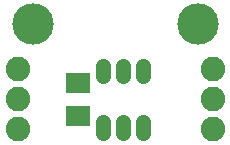
<source format=gts>
G75*
G70*
%OFA0B0*%
%FSLAX24Y24*%
%IPPOS*%
%LPD*%
%AMOC8*
5,1,8,0,0,1.08239X$1,22.5*
%
%ADD10R,0.0789X0.0710*%
%ADD11C,0.1380*%
%ADD12C,0.0513*%
%ADD13C,0.0820*%
D10*
X016333Y004949D03*
X016333Y006051D03*
D11*
X014833Y008000D03*
X020333Y008000D03*
D12*
X018503Y006622D02*
X018503Y006268D01*
X018503Y006622D02*
X018503Y006622D01*
X018503Y006268D01*
X018503Y006268D01*
X017833Y006268D02*
X017833Y006622D01*
X017833Y006622D01*
X017833Y006268D01*
X017833Y006268D01*
X017164Y006268D02*
X017164Y006622D01*
X017164Y006622D01*
X017164Y006268D01*
X017164Y006268D01*
X017164Y004732D02*
X017164Y004378D01*
X017164Y004732D02*
X017164Y004732D01*
X017164Y004378D01*
X017164Y004378D01*
X017833Y004378D02*
X017833Y004732D01*
X017833Y004732D01*
X017833Y004378D01*
X017833Y004378D01*
X018503Y004378D02*
X018503Y004732D01*
X018503Y004732D01*
X018503Y004378D01*
X018503Y004378D01*
D13*
X014333Y004500D03*
X014333Y005500D03*
X014333Y006500D03*
X020833Y006500D03*
X020833Y005500D03*
X020833Y004500D03*
M02*

</source>
